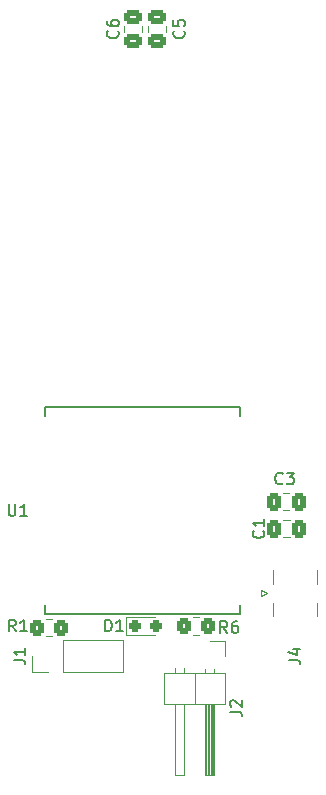
<source format=gto>
G04 #@! TF.GenerationSoftware,KiCad,Pcbnew,6.0.10*
G04 #@! TF.CreationDate,2023-04-28T22:47:20-05:00*
G04 #@! TF.ProjectId,gas_sensor,6761735f-7365-46e7-936f-722e6b696361,rev?*
G04 #@! TF.SameCoordinates,Original*
G04 #@! TF.FileFunction,Legend,Top*
G04 #@! TF.FilePolarity,Positive*
%FSLAX46Y46*%
G04 Gerber Fmt 4.6, Leading zero omitted, Abs format (unit mm)*
G04 Created by KiCad (PCBNEW 6.0.10) date 2023-04-28 22:47:20*
%MOMM*%
%LPD*%
G01*
G04 APERTURE LIST*
G04 Aperture macros list*
%AMRoundRect*
0 Rectangle with rounded corners*
0 $1 Rounding radius*
0 $2 $3 $4 $5 $6 $7 $8 $9 X,Y pos of 4 corners*
0 Add a 4 corners polygon primitive as box body*
4,1,4,$2,$3,$4,$5,$6,$7,$8,$9,$2,$3,0*
0 Add four circle primitives for the rounded corners*
1,1,$1+$1,$2,$3*
1,1,$1+$1,$4,$5*
1,1,$1+$1,$6,$7*
1,1,$1+$1,$8,$9*
0 Add four rect primitives between the rounded corners*
20,1,$1+$1,$2,$3,$4,$5,0*
20,1,$1+$1,$4,$5,$6,$7,0*
20,1,$1+$1,$6,$7,$8,$9,0*
20,1,$1+$1,$8,$9,$2,$3,0*%
G04 Aperture macros list end*
%ADD10C,0.150000*%
%ADD11C,0.120000*%
%ADD12RoundRect,0.237500X-0.287500X-0.237500X0.287500X-0.237500X0.287500X0.237500X-0.287500X0.237500X0*%
%ADD13RoundRect,0.250000X0.350000X0.450000X-0.350000X0.450000X-0.350000X-0.450000X0.350000X-0.450000X0*%
%ADD14RoundRect,0.250000X0.337500X0.475000X-0.337500X0.475000X-0.337500X-0.475000X0.337500X-0.475000X0*%
%ADD15RoundRect,0.250000X0.475000X-0.337500X0.475000X0.337500X-0.475000X0.337500X-0.475000X-0.337500X0*%
%ADD16RoundRect,0.250000X-0.350000X-0.450000X0.350000X-0.450000X0.350000X0.450000X-0.350000X0.450000X0*%
%ADD17R,2.000000X1.500000*%
%ADD18R,3.600000X1.270000*%
%ADD19R,4.200000X1.350000*%
%ADD20R,1.700000X1.700000*%
%ADD21O,1.700000X1.700000*%
G04 APERTURE END LIST*
D10*
X123340904Y-90114380D02*
X123340904Y-89114380D01*
X123579000Y-89114380D01*
X123721857Y-89162000D01*
X123817095Y-89257238D01*
X123864714Y-89352476D01*
X123912333Y-89542952D01*
X123912333Y-89685809D01*
X123864714Y-89876285D01*
X123817095Y-89971523D01*
X123721857Y-90066761D01*
X123579000Y-90114380D01*
X123340904Y-90114380D01*
X124864714Y-90114380D02*
X124293285Y-90114380D01*
X124579000Y-90114380D02*
X124579000Y-89114380D01*
X124483761Y-89257238D01*
X124388523Y-89352476D01*
X124293285Y-89400095D01*
X133691333Y-90241380D02*
X133358000Y-89765190D01*
X133119904Y-90241380D02*
X133119904Y-89241380D01*
X133500857Y-89241380D01*
X133596095Y-89289000D01*
X133643714Y-89336619D01*
X133691333Y-89431857D01*
X133691333Y-89574714D01*
X133643714Y-89669952D01*
X133596095Y-89717571D01*
X133500857Y-89765190D01*
X133119904Y-89765190D01*
X134548476Y-89241380D02*
X134358000Y-89241380D01*
X134262761Y-89289000D01*
X134215142Y-89336619D01*
X134119904Y-89479476D01*
X134072285Y-89669952D01*
X134072285Y-90050904D01*
X134119904Y-90146142D01*
X134167523Y-90193761D01*
X134262761Y-90241380D01*
X134453238Y-90241380D01*
X134548476Y-90193761D01*
X134596095Y-90146142D01*
X134643714Y-90050904D01*
X134643714Y-89812809D01*
X134596095Y-89717571D01*
X134548476Y-89669952D01*
X134453238Y-89622333D01*
X134262761Y-89622333D01*
X134167523Y-89669952D01*
X134119904Y-89717571D01*
X134072285Y-89812809D01*
X136755142Y-81573666D02*
X136802761Y-81621285D01*
X136850380Y-81764142D01*
X136850380Y-81859380D01*
X136802761Y-82002238D01*
X136707523Y-82097476D01*
X136612285Y-82145095D01*
X136421809Y-82192714D01*
X136278952Y-82192714D01*
X136088476Y-82145095D01*
X135993238Y-82097476D01*
X135898000Y-82002238D01*
X135850380Y-81859380D01*
X135850380Y-81764142D01*
X135898000Y-81621285D01*
X135945619Y-81573666D01*
X136850380Y-80621285D02*
X136850380Y-81192714D01*
X136850380Y-80907000D02*
X135850380Y-80907000D01*
X135993238Y-81002238D01*
X136088476Y-81097476D01*
X136136095Y-81192714D01*
X138390333Y-77573142D02*
X138342714Y-77620761D01*
X138199857Y-77668380D01*
X138104619Y-77668380D01*
X137961761Y-77620761D01*
X137866523Y-77525523D01*
X137818904Y-77430285D01*
X137771285Y-77239809D01*
X137771285Y-77096952D01*
X137818904Y-76906476D01*
X137866523Y-76811238D01*
X137961761Y-76716000D01*
X138104619Y-76668380D01*
X138199857Y-76668380D01*
X138342714Y-76716000D01*
X138390333Y-76763619D01*
X138723666Y-76668380D02*
X139342714Y-76668380D01*
X139009380Y-77049333D01*
X139152238Y-77049333D01*
X139247476Y-77096952D01*
X139295095Y-77144571D01*
X139342714Y-77239809D01*
X139342714Y-77477904D01*
X139295095Y-77573142D01*
X139247476Y-77620761D01*
X139152238Y-77668380D01*
X138866523Y-77668380D01*
X138771285Y-77620761D01*
X138723666Y-77573142D01*
X124407142Y-39261166D02*
X124454761Y-39308785D01*
X124502380Y-39451642D01*
X124502380Y-39546880D01*
X124454761Y-39689738D01*
X124359523Y-39784976D01*
X124264285Y-39832595D01*
X124073809Y-39880214D01*
X123930952Y-39880214D01*
X123740476Y-39832595D01*
X123645238Y-39784976D01*
X123550000Y-39689738D01*
X123502380Y-39546880D01*
X123502380Y-39451642D01*
X123550000Y-39308785D01*
X123597619Y-39261166D01*
X123502380Y-38404023D02*
X123502380Y-38594500D01*
X123550000Y-38689738D01*
X123597619Y-38737357D01*
X123740476Y-38832595D01*
X123930952Y-38880214D01*
X124311904Y-38880214D01*
X124407142Y-38832595D01*
X124454761Y-38784976D01*
X124502380Y-38689738D01*
X124502380Y-38499261D01*
X124454761Y-38404023D01*
X124407142Y-38356404D01*
X124311904Y-38308785D01*
X124073809Y-38308785D01*
X123978571Y-38356404D01*
X123930952Y-38404023D01*
X123883333Y-38499261D01*
X123883333Y-38689738D01*
X123930952Y-38784976D01*
X123978571Y-38832595D01*
X124073809Y-38880214D01*
X130024142Y-39261166D02*
X130071761Y-39308785D01*
X130119380Y-39451642D01*
X130119380Y-39546880D01*
X130071761Y-39689738D01*
X129976523Y-39784976D01*
X129881285Y-39832595D01*
X129690809Y-39880214D01*
X129547952Y-39880214D01*
X129357476Y-39832595D01*
X129262238Y-39784976D01*
X129167000Y-39689738D01*
X129119380Y-39546880D01*
X129119380Y-39451642D01*
X129167000Y-39308785D01*
X129214619Y-39261166D01*
X129119380Y-38356404D02*
X129119380Y-38832595D01*
X129595571Y-38880214D01*
X129547952Y-38832595D01*
X129500333Y-38737357D01*
X129500333Y-38499261D01*
X129547952Y-38404023D01*
X129595571Y-38356404D01*
X129690809Y-38308785D01*
X129928904Y-38308785D01*
X130024142Y-38356404D01*
X130071761Y-38404023D01*
X130119380Y-38499261D01*
X130119380Y-38737357D01*
X130071761Y-38832595D01*
X130024142Y-38880214D01*
X115784333Y-90114380D02*
X115451000Y-89638190D01*
X115212904Y-90114380D02*
X115212904Y-89114380D01*
X115593857Y-89114380D01*
X115689095Y-89162000D01*
X115736714Y-89209619D01*
X115784333Y-89304857D01*
X115784333Y-89447714D01*
X115736714Y-89542952D01*
X115689095Y-89590571D01*
X115593857Y-89638190D01*
X115212904Y-89638190D01*
X116736714Y-90114380D02*
X116165285Y-90114380D01*
X116451000Y-90114380D02*
X116451000Y-89114380D01*
X116355761Y-89257238D01*
X116260523Y-89352476D01*
X116165285Y-89400095D01*
X115189095Y-79335380D02*
X115189095Y-80144904D01*
X115236714Y-80240142D01*
X115284333Y-80287761D01*
X115379571Y-80335380D01*
X115570047Y-80335380D01*
X115665285Y-80287761D01*
X115712904Y-80240142D01*
X115760523Y-80144904D01*
X115760523Y-79335380D01*
X116760523Y-80335380D02*
X116189095Y-80335380D01*
X116474809Y-80335380D02*
X116474809Y-79335380D01*
X116379571Y-79478238D01*
X116284333Y-79573476D01*
X116189095Y-79621095D01*
X138898380Y-92535333D02*
X139612666Y-92535333D01*
X139755523Y-92582952D01*
X139850761Y-92678190D01*
X139898380Y-92821047D01*
X139898380Y-92916285D01*
X139231714Y-91630571D02*
X139898380Y-91630571D01*
X138850761Y-91868666D02*
X139565047Y-92106761D01*
X139565047Y-91487714D01*
X115613380Y-92535333D02*
X116327666Y-92535333D01*
X116470523Y-92582952D01*
X116565761Y-92678190D01*
X116613380Y-92821047D01*
X116613380Y-92916285D01*
X116613380Y-91535333D02*
X116613380Y-92106761D01*
X116613380Y-91821047D02*
X115613380Y-91821047D01*
X115756238Y-91916285D01*
X115851476Y-92011523D01*
X115899095Y-92106761D01*
X133929380Y-96920333D02*
X134643666Y-96920333D01*
X134786523Y-96967952D01*
X134881761Y-97063190D01*
X134929380Y-97206047D01*
X134929380Y-97301285D01*
X134024619Y-96491761D02*
X133977000Y-96444142D01*
X133929380Y-96348904D01*
X133929380Y-96110809D01*
X133977000Y-96015571D01*
X134024619Y-95967952D01*
X134119857Y-95920333D01*
X134215095Y-95920333D01*
X134357952Y-95967952D01*
X134929380Y-96539380D01*
X134929380Y-95920333D01*
D11*
X125100000Y-88927000D02*
X125100000Y-90397000D01*
X125100000Y-90397000D02*
X127560000Y-90397000D01*
X127560000Y-88927000D02*
X125100000Y-88927000D01*
X131275064Y-88927000D02*
X130820936Y-88927000D01*
X131275064Y-90397000D02*
X130820936Y-90397000D01*
X138975752Y-82142000D02*
X138453248Y-82142000D01*
X138975752Y-80672000D02*
X138453248Y-80672000D01*
X138966752Y-79856000D02*
X138444248Y-79856000D01*
X138966752Y-78386000D02*
X138444248Y-78386000D01*
X126465000Y-39355752D02*
X126465000Y-38833248D01*
X124995000Y-39355752D02*
X124995000Y-38833248D01*
X127027000Y-39355752D02*
X127027000Y-38833248D01*
X128497000Y-39355752D02*
X128497000Y-38833248D01*
X118390936Y-90524000D02*
X118845064Y-90524000D01*
X118390936Y-89054000D02*
X118845064Y-89054000D01*
D10*
X118242000Y-71133000D02*
X118242000Y-71883000D01*
X134742000Y-71133000D02*
X118242000Y-71133000D01*
X134742000Y-71883000D02*
X134742000Y-71133000D01*
X134742000Y-88633000D02*
X118242000Y-88633000D01*
X134742000Y-87883000D02*
X134742000Y-88633000D01*
X118242000Y-88633000D02*
X118242000Y-87883000D01*
D11*
X141319000Y-86059000D02*
X141319000Y-84949000D01*
X136559000Y-87149000D02*
X137059000Y-86899000D01*
X137609000Y-86059000D02*
X137609000Y-84949000D01*
X141319000Y-88849000D02*
X141319000Y-87739000D01*
X137059000Y-86899000D02*
X136559000Y-86649000D01*
X136559000Y-86649000D02*
X136559000Y-87149000D01*
X137609000Y-88849000D02*
X137609000Y-87739000D01*
X119761000Y-93532000D02*
X124901000Y-93532000D01*
X119761000Y-90872000D02*
X124901000Y-90872000D01*
X119761000Y-93532000D02*
X119761000Y-90872000D01*
X124901000Y-93532000D02*
X124901000Y-90872000D01*
X117161000Y-93532000D02*
X117161000Y-92202000D01*
X118491000Y-93532000D02*
X117161000Y-93532000D01*
X132587000Y-93312000D02*
X132587000Y-93642000D01*
X129287000Y-93244929D02*
X129287000Y-93642000D01*
X132587000Y-102302000D02*
X131827000Y-102302000D01*
X130937000Y-93642000D02*
X130937000Y-96302000D01*
X130047000Y-102302000D02*
X129287000Y-102302000D01*
X133537000Y-93642000D02*
X128337000Y-93642000D01*
X132587000Y-96302000D02*
X132587000Y-102302000D01*
X131927000Y-96302000D02*
X131927000Y-102302000D01*
X130047000Y-96302000D02*
X130047000Y-102302000D01*
X129287000Y-102302000D02*
X129287000Y-96302000D01*
X132287000Y-96302000D02*
X132287000Y-102302000D01*
X133537000Y-96302000D02*
X133537000Y-93642000D01*
X132527000Y-96302000D02*
X132527000Y-102302000D01*
X128337000Y-93642000D02*
X128337000Y-96302000D01*
X132407000Y-96302000D02*
X132407000Y-102302000D01*
X130047000Y-93244929D02*
X130047000Y-93642000D01*
X132047000Y-96302000D02*
X132047000Y-102302000D01*
X133477000Y-90932000D02*
X133477000Y-92202000D01*
X132167000Y-96302000D02*
X132167000Y-102302000D01*
X128337000Y-96302000D02*
X133537000Y-96302000D01*
X131827000Y-102302000D02*
X131827000Y-96302000D01*
X131827000Y-93312000D02*
X131827000Y-93642000D01*
X132207000Y-90932000D02*
X133477000Y-90932000D01*
%LPC*%
D12*
X125885000Y-89662000D03*
X127635000Y-89662000D03*
D13*
X132048000Y-89662000D03*
X130048000Y-89662000D03*
D14*
X139752000Y-81407000D03*
X137677000Y-81407000D03*
X139743000Y-79121000D03*
X137668000Y-79121000D03*
D15*
X125730000Y-40132000D03*
X125730000Y-38057000D03*
X127762000Y-40132000D03*
X127762000Y-38057000D03*
D16*
X117618000Y-89789000D03*
X119618000Y-89789000D03*
D17*
X134492000Y-86883000D03*
X134492000Y-84883000D03*
X134492000Y-82883000D03*
X134492000Y-80883000D03*
X134492000Y-78883000D03*
X134492000Y-76883000D03*
X134492000Y-74883000D03*
X134492000Y-72883000D03*
X118492000Y-72883000D03*
X118492000Y-74883000D03*
X118492000Y-76883000D03*
X118492000Y-78883000D03*
X118492000Y-80883000D03*
X118492000Y-82883000D03*
X118492000Y-84883000D03*
X118492000Y-86883000D03*
D18*
X139519000Y-86899000D03*
D19*
X139319000Y-84074000D03*
X139319000Y-89724000D03*
D20*
X118491000Y-92202000D03*
D21*
X121031000Y-92202000D03*
X123571000Y-92202000D03*
D20*
X132207000Y-92202000D03*
D21*
X129667000Y-92202000D03*
M02*

</source>
